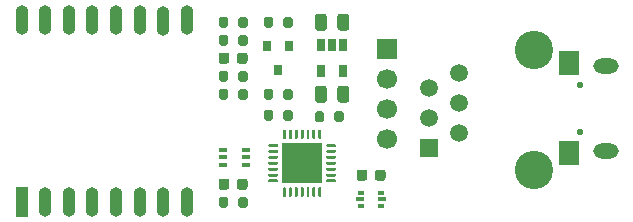
<source format=gts>
G04 #@! TF.GenerationSoftware,KiCad,Pcbnew,(5.1.9-0-10_14)*
G04 #@! TF.CreationDate,2021-04-30T15:23:44+02:00*
G04 #@! TF.ProjectId,P1_wifi,50315f77-6966-4692-9e6b-696361645f70,rev?*
G04 #@! TF.SameCoordinates,Original*
G04 #@! TF.FileFunction,Soldermask,Top*
G04 #@! TF.FilePolarity,Negative*
%FSLAX46Y46*%
G04 Gerber Fmt 4.6, Leading zero omitted, Abs format (unit mm)*
G04 Created by KiCad (PCBNEW (5.1.9-0-10_14)) date 2021-04-30 15:23:44*
%MOMM*%
%LPD*%
G01*
G04 APERTURE LIST*
%ADD10C,1.700000*%
%ADD11R,1.700000X1.700000*%
%ADD12O,1.100000X2.500000*%
%ADD13R,1.100000X2.500000*%
%ADD14R,0.650000X1.060000*%
%ADD15R,3.350000X3.350000*%
%ADD16R,0.500000X0.375000*%
%ADD17R,0.650000X0.300000*%
%ADD18R,0.650000X0.400000*%
%ADD19R,0.800000X0.900000*%
%ADD20R,1.800000X2.000000*%
%ADD21O,2.150000X1.300000*%
%ADD22C,0.550000*%
%ADD23R,1.520000X1.520000*%
%ADD24C,3.250000*%
%ADD25C,1.520000*%
G04 APERTURE END LIST*
D10*
X39711500Y9937000D03*
X39711500Y12477000D03*
X39711500Y7397000D03*
D11*
X39711500Y15017000D03*
D12*
X8763000Y17494000D03*
X10763000Y17494000D03*
X12763000Y17494000D03*
X14763000Y17494000D03*
X16763000Y17494000D03*
X18763000Y17494000D03*
X20763000Y17394000D03*
X22763000Y17494000D03*
X22763000Y2094000D03*
X20763000Y2094000D03*
X18763000Y2094000D03*
X16763000Y2094000D03*
X14763000Y2094000D03*
X12763000Y2094000D03*
X10763000Y2094000D03*
D13*
X8763000Y2094000D03*
D14*
X36002000Y13124000D03*
X34102000Y13124000D03*
X34102000Y15324000D03*
X35052000Y15324000D03*
X36002000Y15324000D03*
G36*
G01*
X34602000Y11651000D02*
X34602000Y10701000D01*
G75*
G02*
X34352000Y10451000I-250000J0D01*
G01*
X33852000Y10451000D01*
G75*
G02*
X33602000Y10701000I0J250000D01*
G01*
X33602000Y11651000D01*
G75*
G02*
X33852000Y11901000I250000J0D01*
G01*
X34352000Y11901000D01*
G75*
G02*
X34602000Y11651000I0J-250000D01*
G01*
G37*
G36*
G01*
X36502000Y11651000D02*
X36502000Y10701000D01*
G75*
G02*
X36252000Y10451000I-250000J0D01*
G01*
X35752000Y10451000D01*
G75*
G02*
X35502000Y10701000I0J250000D01*
G01*
X35502000Y11651000D01*
G75*
G02*
X35752000Y11901000I250000J0D01*
G01*
X36252000Y11901000D01*
G75*
G02*
X36502000Y11651000I0J-250000D01*
G01*
G37*
G36*
G01*
X34602000Y17747000D02*
X34602000Y16797000D01*
G75*
G02*
X34352000Y16547000I-250000J0D01*
G01*
X33852000Y16547000D01*
G75*
G02*
X33602000Y16797000I0J250000D01*
G01*
X33602000Y17747000D01*
G75*
G02*
X33852000Y17997000I250000J0D01*
G01*
X34352000Y17997000D01*
G75*
G02*
X34602000Y17747000I0J-250000D01*
G01*
G37*
G36*
G01*
X36502000Y17747000D02*
X36502000Y16797000D01*
G75*
G02*
X36252000Y16547000I-250000J0D01*
G01*
X35752000Y16547000D01*
G75*
G02*
X35502000Y16797000I0J250000D01*
G01*
X35502000Y17747000D01*
G75*
G02*
X35752000Y17997000I250000J0D01*
G01*
X36252000Y17997000D01*
G75*
G02*
X36502000Y17747000I0J-250000D01*
G01*
G37*
D15*
X32512000Y5334000D03*
G36*
G01*
X34137000Y3221500D02*
X34137000Y2546500D01*
G75*
G02*
X34074500Y2484000I-62500J0D01*
G01*
X33949500Y2484000D01*
G75*
G02*
X33887000Y2546500I0J62500D01*
G01*
X33887000Y3221500D01*
G75*
G02*
X33949500Y3284000I62500J0D01*
G01*
X34074500Y3284000D01*
G75*
G02*
X34137000Y3221500I0J-62500D01*
G01*
G37*
G36*
G01*
X33637000Y3221500D02*
X33637000Y2546500D01*
G75*
G02*
X33574500Y2484000I-62500J0D01*
G01*
X33449500Y2484000D01*
G75*
G02*
X33387000Y2546500I0J62500D01*
G01*
X33387000Y3221500D01*
G75*
G02*
X33449500Y3284000I62500J0D01*
G01*
X33574500Y3284000D01*
G75*
G02*
X33637000Y3221500I0J-62500D01*
G01*
G37*
G36*
G01*
X33137000Y3221500D02*
X33137000Y2546500D01*
G75*
G02*
X33074500Y2484000I-62500J0D01*
G01*
X32949500Y2484000D01*
G75*
G02*
X32887000Y2546500I0J62500D01*
G01*
X32887000Y3221500D01*
G75*
G02*
X32949500Y3284000I62500J0D01*
G01*
X33074500Y3284000D01*
G75*
G02*
X33137000Y3221500I0J-62500D01*
G01*
G37*
G36*
G01*
X32637000Y3221500D02*
X32637000Y2546500D01*
G75*
G02*
X32574500Y2484000I-62500J0D01*
G01*
X32449500Y2484000D01*
G75*
G02*
X32387000Y2546500I0J62500D01*
G01*
X32387000Y3221500D01*
G75*
G02*
X32449500Y3284000I62500J0D01*
G01*
X32574500Y3284000D01*
G75*
G02*
X32637000Y3221500I0J-62500D01*
G01*
G37*
G36*
G01*
X32137000Y3221500D02*
X32137000Y2546500D01*
G75*
G02*
X32074500Y2484000I-62500J0D01*
G01*
X31949500Y2484000D01*
G75*
G02*
X31887000Y2546500I0J62500D01*
G01*
X31887000Y3221500D01*
G75*
G02*
X31949500Y3284000I62500J0D01*
G01*
X32074500Y3284000D01*
G75*
G02*
X32137000Y3221500I0J-62500D01*
G01*
G37*
G36*
G01*
X31637000Y3221500D02*
X31637000Y2546500D01*
G75*
G02*
X31574500Y2484000I-62500J0D01*
G01*
X31449500Y2484000D01*
G75*
G02*
X31387000Y2546500I0J62500D01*
G01*
X31387000Y3221500D01*
G75*
G02*
X31449500Y3284000I62500J0D01*
G01*
X31574500Y3284000D01*
G75*
G02*
X31637000Y3221500I0J-62500D01*
G01*
G37*
G36*
G01*
X31137000Y3221500D02*
X31137000Y2546500D01*
G75*
G02*
X31074500Y2484000I-62500J0D01*
G01*
X30949500Y2484000D01*
G75*
G02*
X30887000Y2546500I0J62500D01*
G01*
X30887000Y3221500D01*
G75*
G02*
X30949500Y3284000I62500J0D01*
G01*
X31074500Y3284000D01*
G75*
G02*
X31137000Y3221500I0J-62500D01*
G01*
G37*
G36*
G01*
X30462000Y3896500D02*
X30462000Y3771500D01*
G75*
G02*
X30399500Y3709000I-62500J0D01*
G01*
X29724500Y3709000D01*
G75*
G02*
X29662000Y3771500I0J62500D01*
G01*
X29662000Y3896500D01*
G75*
G02*
X29724500Y3959000I62500J0D01*
G01*
X30399500Y3959000D01*
G75*
G02*
X30462000Y3896500I0J-62500D01*
G01*
G37*
G36*
G01*
X30462000Y4396500D02*
X30462000Y4271500D01*
G75*
G02*
X30399500Y4209000I-62500J0D01*
G01*
X29724500Y4209000D01*
G75*
G02*
X29662000Y4271500I0J62500D01*
G01*
X29662000Y4396500D01*
G75*
G02*
X29724500Y4459000I62500J0D01*
G01*
X30399500Y4459000D01*
G75*
G02*
X30462000Y4396500I0J-62500D01*
G01*
G37*
G36*
G01*
X30462000Y4896500D02*
X30462000Y4771500D01*
G75*
G02*
X30399500Y4709000I-62500J0D01*
G01*
X29724500Y4709000D01*
G75*
G02*
X29662000Y4771500I0J62500D01*
G01*
X29662000Y4896500D01*
G75*
G02*
X29724500Y4959000I62500J0D01*
G01*
X30399500Y4959000D01*
G75*
G02*
X30462000Y4896500I0J-62500D01*
G01*
G37*
G36*
G01*
X30462000Y5396500D02*
X30462000Y5271500D01*
G75*
G02*
X30399500Y5209000I-62500J0D01*
G01*
X29724500Y5209000D01*
G75*
G02*
X29662000Y5271500I0J62500D01*
G01*
X29662000Y5396500D01*
G75*
G02*
X29724500Y5459000I62500J0D01*
G01*
X30399500Y5459000D01*
G75*
G02*
X30462000Y5396500I0J-62500D01*
G01*
G37*
G36*
G01*
X30462000Y5896500D02*
X30462000Y5771500D01*
G75*
G02*
X30399500Y5709000I-62500J0D01*
G01*
X29724500Y5709000D01*
G75*
G02*
X29662000Y5771500I0J62500D01*
G01*
X29662000Y5896500D01*
G75*
G02*
X29724500Y5959000I62500J0D01*
G01*
X30399500Y5959000D01*
G75*
G02*
X30462000Y5896500I0J-62500D01*
G01*
G37*
G36*
G01*
X30462000Y6396500D02*
X30462000Y6271500D01*
G75*
G02*
X30399500Y6209000I-62500J0D01*
G01*
X29724500Y6209000D01*
G75*
G02*
X29662000Y6271500I0J62500D01*
G01*
X29662000Y6396500D01*
G75*
G02*
X29724500Y6459000I62500J0D01*
G01*
X30399500Y6459000D01*
G75*
G02*
X30462000Y6396500I0J-62500D01*
G01*
G37*
G36*
G01*
X30462000Y6896500D02*
X30462000Y6771500D01*
G75*
G02*
X30399500Y6709000I-62500J0D01*
G01*
X29724500Y6709000D01*
G75*
G02*
X29662000Y6771500I0J62500D01*
G01*
X29662000Y6896500D01*
G75*
G02*
X29724500Y6959000I62500J0D01*
G01*
X30399500Y6959000D01*
G75*
G02*
X30462000Y6896500I0J-62500D01*
G01*
G37*
G36*
G01*
X31137000Y8121500D02*
X31137000Y7446500D01*
G75*
G02*
X31074500Y7384000I-62500J0D01*
G01*
X30949500Y7384000D01*
G75*
G02*
X30887000Y7446500I0J62500D01*
G01*
X30887000Y8121500D01*
G75*
G02*
X30949500Y8184000I62500J0D01*
G01*
X31074500Y8184000D01*
G75*
G02*
X31137000Y8121500I0J-62500D01*
G01*
G37*
G36*
G01*
X31637000Y8121500D02*
X31637000Y7446500D01*
G75*
G02*
X31574500Y7384000I-62500J0D01*
G01*
X31449500Y7384000D01*
G75*
G02*
X31387000Y7446500I0J62500D01*
G01*
X31387000Y8121500D01*
G75*
G02*
X31449500Y8184000I62500J0D01*
G01*
X31574500Y8184000D01*
G75*
G02*
X31637000Y8121500I0J-62500D01*
G01*
G37*
G36*
G01*
X32137000Y8121500D02*
X32137000Y7446500D01*
G75*
G02*
X32074500Y7384000I-62500J0D01*
G01*
X31949500Y7384000D01*
G75*
G02*
X31887000Y7446500I0J62500D01*
G01*
X31887000Y8121500D01*
G75*
G02*
X31949500Y8184000I62500J0D01*
G01*
X32074500Y8184000D01*
G75*
G02*
X32137000Y8121500I0J-62500D01*
G01*
G37*
G36*
G01*
X32637000Y8121500D02*
X32637000Y7446500D01*
G75*
G02*
X32574500Y7384000I-62500J0D01*
G01*
X32449500Y7384000D01*
G75*
G02*
X32387000Y7446500I0J62500D01*
G01*
X32387000Y8121500D01*
G75*
G02*
X32449500Y8184000I62500J0D01*
G01*
X32574500Y8184000D01*
G75*
G02*
X32637000Y8121500I0J-62500D01*
G01*
G37*
G36*
G01*
X33137000Y8121500D02*
X33137000Y7446500D01*
G75*
G02*
X33074500Y7384000I-62500J0D01*
G01*
X32949500Y7384000D01*
G75*
G02*
X32887000Y7446500I0J62500D01*
G01*
X32887000Y8121500D01*
G75*
G02*
X32949500Y8184000I62500J0D01*
G01*
X33074500Y8184000D01*
G75*
G02*
X33137000Y8121500I0J-62500D01*
G01*
G37*
G36*
G01*
X33637000Y8121500D02*
X33637000Y7446500D01*
G75*
G02*
X33574500Y7384000I-62500J0D01*
G01*
X33449500Y7384000D01*
G75*
G02*
X33387000Y7446500I0J62500D01*
G01*
X33387000Y8121500D01*
G75*
G02*
X33449500Y8184000I62500J0D01*
G01*
X33574500Y8184000D01*
G75*
G02*
X33637000Y8121500I0J-62500D01*
G01*
G37*
G36*
G01*
X34137000Y8121500D02*
X34137000Y7446500D01*
G75*
G02*
X34074500Y7384000I-62500J0D01*
G01*
X33949500Y7384000D01*
G75*
G02*
X33887000Y7446500I0J62500D01*
G01*
X33887000Y8121500D01*
G75*
G02*
X33949500Y8184000I62500J0D01*
G01*
X34074500Y8184000D01*
G75*
G02*
X34137000Y8121500I0J-62500D01*
G01*
G37*
G36*
G01*
X35362000Y6896500D02*
X35362000Y6771500D01*
G75*
G02*
X35299500Y6709000I-62500J0D01*
G01*
X34624500Y6709000D01*
G75*
G02*
X34562000Y6771500I0J62500D01*
G01*
X34562000Y6896500D01*
G75*
G02*
X34624500Y6959000I62500J0D01*
G01*
X35299500Y6959000D01*
G75*
G02*
X35362000Y6896500I0J-62500D01*
G01*
G37*
G36*
G01*
X35362000Y6396500D02*
X35362000Y6271500D01*
G75*
G02*
X35299500Y6209000I-62500J0D01*
G01*
X34624500Y6209000D01*
G75*
G02*
X34562000Y6271500I0J62500D01*
G01*
X34562000Y6396500D01*
G75*
G02*
X34624500Y6459000I62500J0D01*
G01*
X35299500Y6459000D01*
G75*
G02*
X35362000Y6396500I0J-62500D01*
G01*
G37*
G36*
G01*
X35362000Y5896500D02*
X35362000Y5771500D01*
G75*
G02*
X35299500Y5709000I-62500J0D01*
G01*
X34624500Y5709000D01*
G75*
G02*
X34562000Y5771500I0J62500D01*
G01*
X34562000Y5896500D01*
G75*
G02*
X34624500Y5959000I62500J0D01*
G01*
X35299500Y5959000D01*
G75*
G02*
X35362000Y5896500I0J-62500D01*
G01*
G37*
G36*
G01*
X35362000Y5396500D02*
X35362000Y5271500D01*
G75*
G02*
X35299500Y5209000I-62500J0D01*
G01*
X34624500Y5209000D01*
G75*
G02*
X34562000Y5271500I0J62500D01*
G01*
X34562000Y5396500D01*
G75*
G02*
X34624500Y5459000I62500J0D01*
G01*
X35299500Y5459000D01*
G75*
G02*
X35362000Y5396500I0J-62500D01*
G01*
G37*
G36*
G01*
X35362000Y4896500D02*
X35362000Y4771500D01*
G75*
G02*
X35299500Y4709000I-62500J0D01*
G01*
X34624500Y4709000D01*
G75*
G02*
X34562000Y4771500I0J62500D01*
G01*
X34562000Y4896500D01*
G75*
G02*
X34624500Y4959000I62500J0D01*
G01*
X35299500Y4959000D01*
G75*
G02*
X35362000Y4896500I0J-62500D01*
G01*
G37*
G36*
G01*
X35362000Y4396500D02*
X35362000Y4271500D01*
G75*
G02*
X35299500Y4209000I-62500J0D01*
G01*
X34624500Y4209000D01*
G75*
G02*
X34562000Y4271500I0J62500D01*
G01*
X34562000Y4396500D01*
G75*
G02*
X34624500Y4459000I62500J0D01*
G01*
X35299500Y4459000D01*
G75*
G02*
X35362000Y4396500I0J-62500D01*
G01*
G37*
G36*
G01*
X35362000Y3896500D02*
X35362000Y3771500D01*
G75*
G02*
X35299500Y3709000I-62500J0D01*
G01*
X34624500Y3709000D01*
G75*
G02*
X34562000Y3771500I0J62500D01*
G01*
X34562000Y3896500D01*
G75*
G02*
X34624500Y3959000I62500J0D01*
G01*
X35299500Y3959000D01*
G75*
G02*
X35362000Y3896500I0J-62500D01*
G01*
G37*
D16*
X37504000Y1748500D03*
X37504000Y2823500D03*
D17*
X39279000Y2286000D03*
X37429000Y2286000D03*
D16*
X39204000Y2823500D03*
X39204000Y1748500D03*
G36*
G01*
X30905000Y9123000D02*
X30905000Y9673000D01*
G75*
G02*
X31105000Y9873000I200000J0D01*
G01*
X31505000Y9873000D01*
G75*
G02*
X31705000Y9673000I0J-200000D01*
G01*
X31705000Y9123000D01*
G75*
G02*
X31505000Y8923000I-200000J0D01*
G01*
X31105000Y8923000D01*
G75*
G02*
X30905000Y9123000I0J200000D01*
G01*
G37*
G36*
G01*
X29255000Y9123000D02*
X29255000Y9673000D01*
G75*
G02*
X29455000Y9873000I200000J0D01*
G01*
X29855000Y9873000D01*
G75*
G02*
X30055000Y9673000I0J-200000D01*
G01*
X30055000Y9123000D01*
G75*
G02*
X29855000Y8923000I-200000J0D01*
G01*
X29455000Y8923000D01*
G75*
G02*
X29255000Y9123000I0J200000D01*
G01*
G37*
G36*
G01*
X27095000Y16997000D02*
X27095000Y17547000D01*
G75*
G02*
X27295000Y17747000I200000J0D01*
G01*
X27695000Y17747000D01*
G75*
G02*
X27895000Y17547000I0J-200000D01*
G01*
X27895000Y16997000D01*
G75*
G02*
X27695000Y16797000I-200000J0D01*
G01*
X27295000Y16797000D01*
G75*
G02*
X27095000Y16997000I0J200000D01*
G01*
G37*
G36*
G01*
X25445000Y16997000D02*
X25445000Y17547000D01*
G75*
G02*
X25645000Y17747000I200000J0D01*
G01*
X26045000Y17747000D01*
G75*
G02*
X26245000Y17547000I0J-200000D01*
G01*
X26245000Y16997000D01*
G75*
G02*
X26045000Y16797000I-200000J0D01*
G01*
X25645000Y16797000D01*
G75*
G02*
X25445000Y16997000I0J200000D01*
G01*
G37*
G36*
G01*
X27095000Y10901000D02*
X27095000Y11451000D01*
G75*
G02*
X27295000Y11651000I200000J0D01*
G01*
X27695000Y11651000D01*
G75*
G02*
X27895000Y11451000I0J-200000D01*
G01*
X27895000Y10901000D01*
G75*
G02*
X27695000Y10701000I-200000J0D01*
G01*
X27295000Y10701000D01*
G75*
G02*
X27095000Y10901000I0J200000D01*
G01*
G37*
G36*
G01*
X25445000Y10901000D02*
X25445000Y11451000D01*
G75*
G02*
X25645000Y11651000I200000J0D01*
G01*
X26045000Y11651000D01*
G75*
G02*
X26245000Y11451000I0J-200000D01*
G01*
X26245000Y10901000D01*
G75*
G02*
X26045000Y10701000I-200000J0D01*
G01*
X25645000Y10701000D01*
G75*
G02*
X25445000Y10901000I0J200000D01*
G01*
G37*
G36*
G01*
X34373000Y9546000D02*
X34373000Y8996000D01*
G75*
G02*
X34173000Y8796000I-200000J0D01*
G01*
X33773000Y8796000D01*
G75*
G02*
X33573000Y8996000I0J200000D01*
G01*
X33573000Y9546000D01*
G75*
G02*
X33773000Y9746000I200000J0D01*
G01*
X34173000Y9746000D01*
G75*
G02*
X34373000Y9546000I0J-200000D01*
G01*
G37*
G36*
G01*
X36023000Y9546000D02*
X36023000Y8996000D01*
G75*
G02*
X35823000Y8796000I-200000J0D01*
G01*
X35423000Y8796000D01*
G75*
G02*
X35223000Y8996000I0J200000D01*
G01*
X35223000Y9546000D01*
G75*
G02*
X35423000Y9746000I200000J0D01*
G01*
X35823000Y9746000D01*
G75*
G02*
X36023000Y9546000I0J-200000D01*
G01*
G37*
G36*
G01*
X27095000Y15473000D02*
X27095000Y16023000D01*
G75*
G02*
X27295000Y16223000I200000J0D01*
G01*
X27695000Y16223000D01*
G75*
G02*
X27895000Y16023000I0J-200000D01*
G01*
X27895000Y15473000D01*
G75*
G02*
X27695000Y15273000I-200000J0D01*
G01*
X27295000Y15273000D01*
G75*
G02*
X27095000Y15473000I0J200000D01*
G01*
G37*
G36*
G01*
X25445000Y15473000D02*
X25445000Y16023000D01*
G75*
G02*
X25645000Y16223000I200000J0D01*
G01*
X26045000Y16223000D01*
G75*
G02*
X26245000Y16023000I0J-200000D01*
G01*
X26245000Y15473000D01*
G75*
G02*
X26045000Y15273000I-200000J0D01*
G01*
X25645000Y15273000D01*
G75*
G02*
X25445000Y15473000I0J200000D01*
G01*
G37*
G36*
G01*
X30055000Y11451000D02*
X30055000Y10901000D01*
G75*
G02*
X29855000Y10701000I-200000J0D01*
G01*
X29455000Y10701000D01*
G75*
G02*
X29255000Y10901000I0J200000D01*
G01*
X29255000Y11451000D01*
G75*
G02*
X29455000Y11651000I200000J0D01*
G01*
X29855000Y11651000D01*
G75*
G02*
X30055000Y11451000I0J-200000D01*
G01*
G37*
G36*
G01*
X31705000Y11451000D02*
X31705000Y10901000D01*
G75*
G02*
X31505000Y10701000I-200000J0D01*
G01*
X31105000Y10701000D01*
G75*
G02*
X30905000Y10901000I0J200000D01*
G01*
X30905000Y11451000D01*
G75*
G02*
X31105000Y11651000I200000J0D01*
G01*
X31505000Y11651000D01*
G75*
G02*
X31705000Y11451000I0J-200000D01*
G01*
G37*
G36*
G01*
X27094500Y1757000D02*
X27094500Y2307000D01*
G75*
G02*
X27294500Y2507000I200000J0D01*
G01*
X27694500Y2507000D01*
G75*
G02*
X27894500Y2307000I0J-200000D01*
G01*
X27894500Y1757000D01*
G75*
G02*
X27694500Y1557000I-200000J0D01*
G01*
X27294500Y1557000D01*
G75*
G02*
X27094500Y1757000I0J200000D01*
G01*
G37*
G36*
G01*
X25444500Y1757000D02*
X25444500Y2307000D01*
G75*
G02*
X25644500Y2507000I200000J0D01*
G01*
X26044500Y2507000D01*
G75*
G02*
X26244500Y2307000I0J-200000D01*
G01*
X26244500Y1757000D01*
G75*
G02*
X26044500Y1557000I-200000J0D01*
G01*
X25644500Y1557000D01*
G75*
G02*
X25444500Y1757000I0J200000D01*
G01*
G37*
G36*
G01*
X27095000Y12425000D02*
X27095000Y12975000D01*
G75*
G02*
X27295000Y13175000I200000J0D01*
G01*
X27695000Y13175000D01*
G75*
G02*
X27895000Y12975000I0J-200000D01*
G01*
X27895000Y12425000D01*
G75*
G02*
X27695000Y12225000I-200000J0D01*
G01*
X27295000Y12225000D01*
G75*
G02*
X27095000Y12425000I0J200000D01*
G01*
G37*
G36*
G01*
X25445000Y12425000D02*
X25445000Y12975000D01*
G75*
G02*
X25645000Y13175000I200000J0D01*
G01*
X26045000Y13175000D01*
G75*
G02*
X26245000Y12975000I0J-200000D01*
G01*
X26245000Y12425000D01*
G75*
G02*
X26045000Y12225000I-200000J0D01*
G01*
X25645000Y12225000D01*
G75*
G02*
X25445000Y12425000I0J200000D01*
G01*
G37*
G36*
G01*
X30055000Y17547000D02*
X30055000Y16997000D01*
G75*
G02*
X29855000Y16797000I-200000J0D01*
G01*
X29455000Y16797000D01*
G75*
G02*
X29255000Y16997000I0J200000D01*
G01*
X29255000Y17547000D01*
G75*
G02*
X29455000Y17747000I200000J0D01*
G01*
X29855000Y17747000D01*
G75*
G02*
X30055000Y17547000I0J-200000D01*
G01*
G37*
G36*
G01*
X31705000Y17547000D02*
X31705000Y16997000D01*
G75*
G02*
X31505000Y16797000I-200000J0D01*
G01*
X31105000Y16797000D01*
G75*
G02*
X30905000Y16997000I0J200000D01*
G01*
X30905000Y17547000D01*
G75*
G02*
X31105000Y17747000I200000J0D01*
G01*
X31505000Y17747000D01*
G75*
G02*
X31705000Y17547000I0J-200000D01*
G01*
G37*
D18*
X25847000Y5192000D03*
X25847000Y6492000D03*
X27747000Y5842000D03*
X25847000Y5842000D03*
X27747000Y6492000D03*
X27747000Y5192000D03*
D19*
X30480000Y13224000D03*
X29530000Y15224000D03*
X31430000Y15224000D03*
D20*
X55069500Y13800000D03*
D21*
X58229500Y13600000D03*
D20*
X55069500Y6200000D03*
D21*
X58229500Y6400000D03*
D22*
X56079500Y12000000D03*
X56079500Y8000000D03*
G36*
G01*
X38679000Y4068000D02*
X38679000Y4568000D01*
G75*
G02*
X38904000Y4793000I225000J0D01*
G01*
X39354000Y4793000D01*
G75*
G02*
X39579000Y4568000I0J-225000D01*
G01*
X39579000Y4068000D01*
G75*
G02*
X39354000Y3843000I-225000J0D01*
G01*
X38904000Y3843000D01*
G75*
G02*
X38679000Y4068000I0J225000D01*
G01*
G37*
G36*
G01*
X37129000Y4068000D02*
X37129000Y4568000D01*
G75*
G02*
X37354000Y4793000I225000J0D01*
G01*
X37804000Y4793000D01*
G75*
G02*
X38029000Y4568000I0J-225000D01*
G01*
X38029000Y4068000D01*
G75*
G02*
X37804000Y3843000I-225000J0D01*
G01*
X37354000Y3843000D01*
G75*
G02*
X37129000Y4068000I0J225000D01*
G01*
G37*
G36*
G01*
X26995000Y13974000D02*
X26995000Y14474000D01*
G75*
G02*
X27220000Y14699000I225000J0D01*
G01*
X27670000Y14699000D01*
G75*
G02*
X27895000Y14474000I0J-225000D01*
G01*
X27895000Y13974000D01*
G75*
G02*
X27670000Y13749000I-225000J0D01*
G01*
X27220000Y13749000D01*
G75*
G02*
X26995000Y13974000I0J225000D01*
G01*
G37*
G36*
G01*
X25445000Y13974000D02*
X25445000Y14474000D01*
G75*
G02*
X25670000Y14699000I225000J0D01*
G01*
X26120000Y14699000D01*
G75*
G02*
X26345000Y14474000I0J-225000D01*
G01*
X26345000Y13974000D01*
G75*
G02*
X26120000Y13749000I-225000J0D01*
G01*
X25670000Y13749000D01*
G75*
G02*
X25445000Y13974000I0J225000D01*
G01*
G37*
G36*
G01*
X26995000Y3306000D02*
X26995000Y3806000D01*
G75*
G02*
X27220000Y4031000I225000J0D01*
G01*
X27670000Y4031000D01*
G75*
G02*
X27895000Y3806000I0J-225000D01*
G01*
X27895000Y3306000D01*
G75*
G02*
X27670000Y3081000I-225000J0D01*
G01*
X27220000Y3081000D01*
G75*
G02*
X26995000Y3306000I0J225000D01*
G01*
G37*
G36*
G01*
X25445000Y3306000D02*
X25445000Y3806000D01*
G75*
G02*
X25670000Y4031000I225000J0D01*
G01*
X26120000Y4031000D01*
G75*
G02*
X26345000Y3806000I0J-225000D01*
G01*
X26345000Y3306000D01*
G75*
G02*
X26120000Y3081000I-225000J0D01*
G01*
X25670000Y3081000D01*
G75*
G02*
X25445000Y3306000I0J225000D01*
G01*
G37*
D23*
X43243500Y6667500D03*
D24*
X52133500Y4757500D03*
D25*
X45783500Y7937500D03*
X43243500Y9207500D03*
X45783500Y10477500D03*
X43243500Y11747500D03*
X45783500Y13017500D03*
D24*
X52133500Y14917500D03*
M02*

</source>
